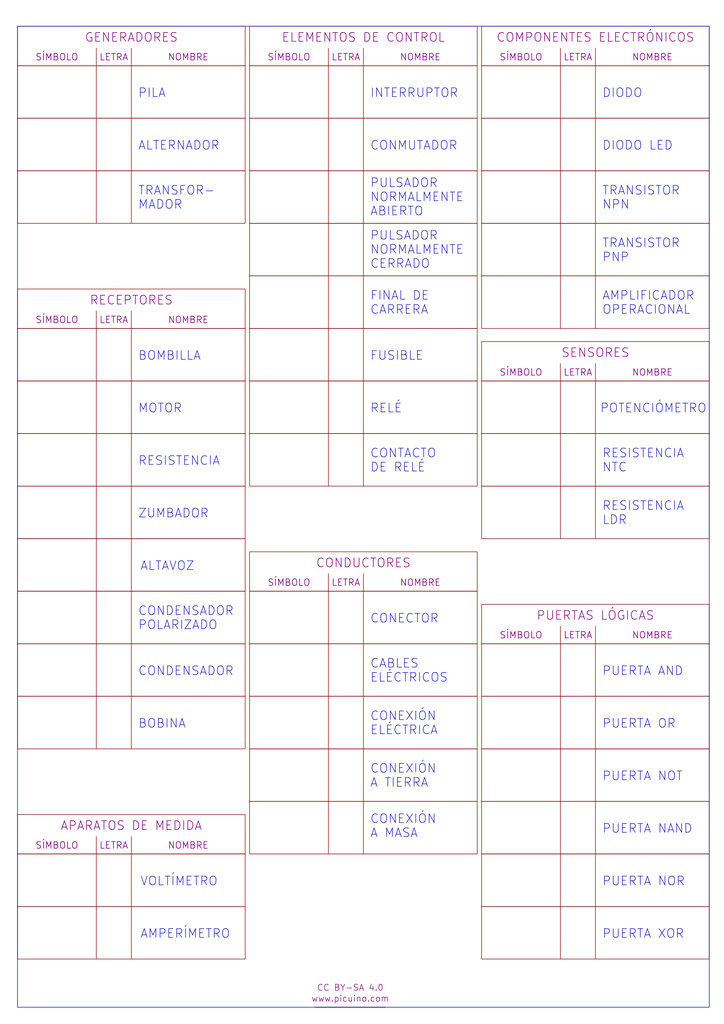
<source format=kicad_sch>
(kicad_sch (version 20230121) (generator eeschema)
  (paper "A4" portrait)
  (title_block (title "Símbolos eléctricos y electrónicos.") (date "23/10/2018") (company "www.picuino.com") (comment 1 "Copyright (c) 2018 by Carlos Pardo Martín") (comment 2 "License CC BY-SA 4.0"))
  (lib_symbols
    (symbol "electric-simbolos-nombres-rescue:marco_1-simbolos" (pin_names (offset 1.016))
      (symbol "marco_1-simbolos_0_1"
        (polyline (pts (xy 22.86 0) (xy 33.02 0) (xy 33.02 -15.24) (xy 22.86 -15.24)))
        (polyline (pts (xy 33.02 0) (xy 66.04 0) (xy 66.04 -15.24) (xy 33.02 -15.24)))
        (polyline (pts (xy 0 0) (xy 0 -15.24) (xy 22.86 -15.24) (xy 22.86 0) (xy 0 0)))
      )
    )
    (symbol "electric-simbolos-nombres-rescue:marco_2-simbolos" (pin_names (offset 1.016))
      (property "Field4" "TIPO" (at 33.02 -4.445 0))
      (property "Field5" "SÍMBOLO" (at 11.43 -11.43 0))
      (property "Field6" "LETRA" (at 27.94 -11.43 0))
      (property "Field7" "NOMBRE" (at 48.26 -11.43 0))
      (symbol "marco_2-simbolos_0_1"
        (polyline (pts (xy 22.86 -12.7) (xy 33.02 -12.7) (xy 33.02 -7.62)))
        (polyline (pts (xy 33.02 -12.7) (xy 66.04 -12.7) (xy 66.04 -7.62)))
        (polyline (pts (xy 0 -7.62) (xy 0 -12.7) (xy 22.86 -12.7) (xy 22.86 -7.62)))
        (polyline (pts (xy 66.04 -7.62) (xy 66.04 -1.27) (xy 0 -1.27) (xy 0 -7.62)))
      )
    )
    (symbol "simbolos-electricos:CopyRight" (pin_names (offset 1.016))
      (property "License" "CC BY-SA 4.0" (at -1.27 -1.27 0))
      (property "Web" "www.picuino.com" (at 0 -1.27 0))
      (symbol "CopyRight_0_1"
        (polyline (pts (xy -10.16 0) (xy 10.16 0)) (stroke (width 0.2032)))
      )
    )
  )
  (polyline (pts (xy 205.74 292.1) (xy 205.74 7.62)))
  (polyline (pts (xy 5.08 292.1) (xy 5.08 7.62)))
  (polyline (pts (xy 5.08 292.1) (xy 205.74 292.1)))
  (polyline (pts (xy 5.08 7.62) (xy 205.74 7.62)))
  (text "INTERRUPTOR" (at 107.315 28.575 0) (effects (font (size 2.54 2.54)) (justify left bottom)))
  (text "FUSIBLE" (at 107.315 104.775 0) (effects (font (size 2.54 2.54)) (justify left bottom)))
  (text "ZUMBADOR\n" (at 40.005 150.495 0) (effects (font (size 2.54 2.54)) (justify left bottom)))
  (text "PUERTA NAND" (at 174.625 241.935 0) (effects (font (size 2.54 2.54)) (justify left bottom)))
  (text "POTENCIÓMETRO" (at 173.99 120.015 0) (effects (font (size 2.54 2.54)) (justify left bottom)))
  (text "RELÉ" (at 107.315 120.015 0) (effects (font (size 2.54 2.54)) (justify left bottom)))
  (text "RESISTENCIA" (at 40.005 135.255 0) (effects (font (size 2.54 2.54)) (justify left bottom)))
  (text "MOTOR" (at 40.005 120.015 0) (effects (font (size 2.54 2.54)) (justify left bottom)))
  (text "AMPLIFICADOR\nOPERACIONAL\n" (at 174.625 91.44 0) (effects (font (size 2.54 2.54)) (justify left bottom)))
  (text "PUERTA NOR" (at 174.625 257.175 0) (effects (font (size 2.54 2.54)) (justify left bottom)))
  (text "DIODO LED" (at 174.625 43.815 0) (effects (font (size 2.54 2.54)) (justify left bottom)))
  (text "TRANSISTOR\nNPN" (at 174.625 60.96 0) (effects (font (size 2.54 2.54)) (justify left bottom)))
  (text "TRANSISTOR\nPNP" (at 174.625 76.2 0) (effects (font (size 2.54 2.54)) (justify left bottom)))
  (text "TRANSFOR-\nMADOR" (at 40.005 60.96 0) (effects (font (size 2.54 2.54)) (justify left bottom)))
  (text "CONMUTADOR" (at 107.315 43.815 0) (effects (font (size 2.54 2.54)) (justify left bottom)))
  (text "CONEXIÓN\nELÉCTRICA\n" (at 107.315 213.36 0) (effects (font (size 2.54 2.54)) (justify left bottom)))
  (text "DIODO" (at 174.625 28.575 0) (effects (font (size 2.54 2.54)) (justify left bottom)))
  (text "VOLTÍMETRO" (at 40.64 257.175 0) (effects (font (size 2.54 2.54)) (justify left bottom)))
  (text "CONEXIÓN\nA MASA\n" (at 107.315 243.205 0) (effects (font (size 2.54 2.54)) (justify left bottom)))
  (text "BOMBILLA" (at 40.005 104.775 0) (effects (font (size 2.54 2.54)) (justify left bottom)))
  (text "BOBINA" (at 40.005 211.455 0) (effects (font (size 2.54 2.54)) (justify left bottom)))
  (text "CONDENSADOR" (at 40.005 196.215 0) (effects (font (size 2.54 2.54)) (justify left bottom)))
  (text "PUERTA AND" (at 174.625 196.215 0) (effects (font (size 2.54 2.54)) (justify left bottom)))
  (text "PUERTA OR" (at 174.625 211.455 0) (effects (font (size 2.54 2.54)) (justify left bottom)))
  (text "CONDENSADOR\nPOLARIZADO" (at 40.005 182.88 0) (effects (font (size 2.54 2.54)) (justify left bottom)))
  (text "ALTERNADOR" (at 40.005 43.815 0) (effects (font (size 2.54 2.54)) (justify left bottom)))
  (text "CABLES\nELÉCTRICOS\n" (at 107.315 198.12 0) (effects (font (size 2.54 2.54)) (justify left bottom)))
  (text "CONTACTO\nDE RELÉ" (at 107.315 137.16 0) (effects (font (size 2.54 2.54)) (justify left bottom)))
  (text "PUERTA NOT" (at 174.625 226.695 0) (effects (font (size 2.54 2.54)) (justify left bottom)))
  (text "RESISTENCIA\nLDR" (at 174.625 152.4 0) (effects (font (size 2.54 2.54)) (justify left bottom)))
  (text "CONEXIÓN\nA TIERRA\n" (at 107.315 228.6 0) (effects (font (size 2.54 2.54)) (justify left bottom)))
  (text "RESISTENCIA\nNTC" (at 174.625 137.16 0) (effects (font (size 2.54 2.54)) (justify left bottom)))
  (text "PULSADOR\nNORMALMENTE\nCERRADO" (at 107.315 78.105 0) (effects (font (size 2.54 2.54)) (justify left bottom)))
  (text "PILA" (at 40.005 28.575 0) (effects (font (size 2.54 2.54)) (justify left bottom)))
  (text "FINAL DE\nCARRERA" (at 107.315 91.44 0) (effects (font (size 2.54 2.54)) (justify left bottom)))
  (text "ALTAVOZ" (at 40.64 165.735 0) (effects (font (size 2.54 2.54)) (justify left bottom)))
  (text "PULSADOR\nNORMALMENTE\nABIERTO" (at 107.315 62.865 0) (effects (font (size 2.54 2.54)) (justify left bottom)))
  (text "PUERTA XOR" (at 174.625 272.415 0) (effects (font (size 2.54 2.54)) (justify left bottom)))
  (text "CONECTOR\n" (at 107.315 180.975 0) (effects (font (size 2.54 2.54)) (justify left bottom)))
  (text "AMPERÍMETRO" (at 40.64 272.415 0) (effects (font (size 2.54 2.54)) (justify left bottom)))
  (symbol (lib_id "electric-simbolos-nombres-rescue:marco_1-simbolos") (at 72.39 171.45 0) (unit 1)
    (property "Reference" "M?" (effects hide))
    (property "Value" "marco_1" (effects hide))
  )
  (symbol (lib_id "electric-simbolos-nombres-rescue:marco_1-simbolos") (at 72.39 186.69 0) (unit 1)
    (property "Reference" "M?" (effects hide))
    (property "Value" "marco_1" (effects hide))
  )
  (symbol (lib_id "electric-simbolos-nombres-rescue:marco_1-simbolos") (at 72.39 217.17 0) (unit 1)
    (property "Reference" "M?" (effects hide))
    (property "Value" "marco_1" (effects hide))
  )
  (symbol (lib_id "electric-simbolos-nombres-rescue:marco_1-simbolos") (at 72.39 232.41 0) (unit 1)
    (property "Reference" "M?" (effects hide))
    (property "Value" "marco_1" (effects hide))
  )
  (symbol (lib_id "electric-simbolos-nombres-rescue:marco_1-simbolos") (at 72.39 201.93 0) (unit 1)
    (property "Reference" "M?" (effects hide))
    (property "Value" "marco_1" (effects hide))
  )
  (symbol (lib_id "electric-simbolos-nombres-rescue:marco_1-simbolos") (at 139.7 186.69 0) (unit 1)
    (property "Reference" "M?" (effects hide))
    (property "Value" "marco_1" (effects hide))
  )
  (symbol (lib_id "electric-simbolos-nombres-rescue:marco_1-simbolos") (at 139.7 201.93 0) (unit 1)
    (property "Reference" "M?" (effects hide))
    (property "Value" "marco_1" (effects hide))
  )
  (symbol (lib_id "electric-simbolos-nombres-rescue:marco_1-simbolos") (at 139.7 217.17 0) (unit 1)
    (property "Reference" "M?" (effects hide))
    (property "Value" "marco_1" (effects hide))
  )
  (symbol (lib_id "electric-simbolos-nombres-rescue:marco_1-simbolos") (at 139.7 232.41 0) (unit 1)
    (property "Reference" "M?" (effects hide))
    (property "Value" "marco_1" (effects hide))
  )
  (symbol (lib_id "electric-simbolos-nombres-rescue:marco_1-simbolos") (at 139.7 247.65 0) (unit 1)
    (property "Reference" "M?" (effects hide))
    (property "Value" "marco_1" (effects hide))
  )
  (symbol (lib_id "electric-simbolos-nombres-rescue:marco_1-simbolos") (at 139.7 262.89 0) (unit 1)
    (property "Reference" "M?" (effects hide))
    (property "Value" "marco_1" (effects hide))
  )
  (symbol (lib_id "electric-simbolos-nombres-rescue:marco_1-simbolos") (at 139.7 110.49 0) (unit 1)
    (property "Reference" "M?" (effects hide))
    (property "Value" "marco_1" (effects hide))
  )
  (symbol (lib_id "electric-simbolos-nombres-rescue:marco_1-simbolos") (at 139.7 125.73 0) (unit 1)
    (property "Reference" "M?" (effects hide))
    (property "Value" "marco_1" (effects hide))
  )
  (symbol (lib_id "electric-simbolos-nombres-rescue:marco_1-simbolos") (at 139.7 140.97 0) (unit 1)
    (property "Reference" "M?" (effects hide))
    (property "Value" "marco_1" (effects hide))
  )
  (symbol (lib_id "electric-simbolos-nombres-rescue:marco_1-simbolos") (at 139.7 19.05 0) (unit 1)
    (property "Reference" "M?" (effects hide))
    (property "Value" "marco_1" (effects hide))
  )
  (symbol (lib_id "electric-simbolos-nombres-rescue:marco_1-simbolos") (at 139.7 34.29 0) (unit 1)
    (property "Reference" "M?" (effects hide))
    (property "Value" "marco_1" (effects hide))
  )
  (symbol (lib_id "electric-simbolos-nombres-rescue:marco_1-simbolos") (at 139.7 49.53 0) (unit 1)
    (property "Reference" "M?" (effects hide))
    (property "Value" "marco_1" (effects hide))
  )
  (symbol (lib_id "electric-simbolos-nombres-rescue:marco_1-simbolos") (at 139.7 64.77 0) (unit 1)
    (property "Reference" "M?" (effects hide))
    (property "Value" "marco_1" (effects hide))
  )
  (symbol (lib_id "electric-simbolos-nombres-rescue:marco_1-simbolos") (at 139.7 80.01 0) (unit 1)
    (property "Reference" "M?" (effects hide))
    (property "Value" "marco_1" (effects hide))
  )
  (symbol (lib_id "electric-simbolos-nombres-rescue:marco_1-simbolos") (at 5.08 34.29 0) (unit 1)
    (property "Reference" "M?" (effects hide))
    (property "Value" "marco_1" (effects hide))
  )
  (symbol (lib_id "electric-simbolos-nombres-rescue:marco_1-simbolos") (at 5.08 49.53 0) (unit 1)
    (property "Reference" "M?" (effects hide))
    (property "Value" "marco_1" (effects hide))
  )
  (symbol (lib_id "electric-simbolos-nombres-rescue:marco_1-simbolos") (at 5.08 140.97 0) (unit 1)
    (property "Reference" "M?" (effects hide))
    (property "Value" "marco_1" (effects hide))
  )
  (symbol (lib_id "electric-simbolos-nombres-rescue:marco_1-simbolos") (at 5.08 247.65 0) (unit 1)
    (property "Reference" "M?" (effects hide))
    (property "Value" "marco_1" (effects hide))
  )
  (symbol (lib_id "electric-simbolos-nombres-rescue:marco_1-simbolos") (at 72.39 95.25 0) (unit 1)
    (property "Reference" "M?" (effects hide))
    (property "Value" "marco_1" (effects hide))
  )
  (symbol (lib_id "electric-simbolos-nombres-rescue:marco_1-simbolos") (at 5.08 262.89 0) (unit 1)
    (property "Reference" "M?" (effects hide))
    (property "Value" "marco_1" (effects hide))
  )
  (symbol (lib_id "electric-simbolos-nombres-rescue:marco_2-simbolos") (at 139.7 173.99 0) (unit 1)
    (property "Reference" "M?" (effects hide))
    (property "Value" "marco_2" (effects hide))
    (property "Campo4" "PUERTAS LÓGICAS" (at 172.72 178.435 0) (effects (font (size 2.54 2.54))))
    (property "Campo5" "SÍMBOLO" (at 151.13 184.15 0) (effects (font (size 1.905 1.905))))
    (property "Campo6" "LETRA" (at 167.64 184.15 0) (effects (font (size 1.905 1.905))))
    (property "Campo7" "NOMBRE" (at 189.23 184.15 0) (effects (font (size 1.905 1.905))))
  )
  (symbol (lib_id "electric-simbolos-nombres-rescue:marco_2-simbolos") (at 5.08 82.55 0) (unit 1)
    (property "Reference" "M?" (effects hide))
    (property "Value" "marco_2" (effects hide))
    (property "Campo4" "RECEPTORES" (at 38.1 86.995 0) (effects (font (size 2.54 2.54))))
    (property "Campo5" "SÍMBOLO" (at 16.51 92.71 0) (effects (font (size 1.905 1.905))))
    (property "Campo6" "LETRA" (at 33.02 92.71 0) (effects (font (size 1.905 1.905))))
    (property "Campo7" "NOMBRE" (at 54.61 92.71 0) (effects (font (size 1.905 1.905))))
  )
  (symbol (lib_id "electric-simbolos-nombres-rescue:marco_2-simbolos") (at 72.39 6.35 0) (unit 1)
    (property "Reference" "M?" (effects hide))
    (property "Value" "marco_2" (effects hide))
    (property "Campo4" "ELEMENTOS DE CONTROL" (at 105.41 10.795 0) (effects (font (size 2.54 2.54))))
    (property "Campo5" "SÍMBOLO" (at 83.82 16.51 0) (effects (font (size 1.905 1.905))))
    (property "Campo6" "LETRA" (at 100.33 16.51 0) (effects (font (size 1.905 1.905))))
    (property "Campo7" "NOMBRE" (at 121.92 16.51 0) (effects (font (size 1.905 1.905))))
  )
  (symbol (lib_id "electric-simbolos-nombres-rescue:marco_1-simbolos") (at 5.08 156.21 0) (unit 1)
    (property "Reference" "M?" (effects hide))
    (property "Value" "marco_1" (effects hide))
  )
  (symbol (lib_id "electric-simbolos-nombres-rescue:marco_1-simbolos") (at 5.08 110.49 0) (unit 1)
    (property "Reference" "M?" (effects hide))
    (property "Value" "marco_1" (effects hide))
  )
  (symbol (lib_id "electric-simbolos-nombres-rescue:marco_1-simbolos") (at 72.39 125.73 0) (unit 1)
    (property "Reference" "M?" (effects hide))
    (property "Value" "marco_1" (effects hide))
  )
  (symbol (lib_id "electric-simbolos-nombres-rescue:marco_1-simbolos") (at 72.39 19.05 0) (unit 1)
    (property "Reference" "M?" (effects hide))
    (property "Value" "marco_1" (effects hide))
  )
  (symbol (lib_id "electric-simbolos-nombres-rescue:marco_1-simbolos") (at 5.08 95.25 0) (unit 1)
    (property "Reference" "M?" (effects hide))
    (property "Value" "marco_1" (effects hide))
  )
  (symbol (lib_id "electric-simbolos-nombres-rescue:marco_1-simbolos") (at 5.08 186.69 0) (unit 1)
    (property "Reference" "M?" (effects hide))
    (property "Value" "marco_1" (effects hide))
  )
  (symbol (lib_id "electric-simbolos-nombres-rescue:marco_1-simbolos") (at 5.08 125.73 0) (unit 1)
    (property "Reference" "M?" (effects hide))
    (property "Value" "marco_1" (effects hide))
  )
  (symbol (lib_id "electric-simbolos-nombres-rescue:marco_1-simbolos") (at 72.39 49.53 0) (unit 1)
    (property "Reference" "M?" (effects hide))
    (property "Value" "marco_1" (effects hide))
  )
  (symbol (lib_id "simbolos-electricos:CopyRight") (at 101.6 292.1 0) (unit 1)
    (property "Reference" "CP1" (effects hide))
    (property "Value" "CopyRight" (effects hide))
    (property "License" "CC BY-SA 4.0" (at 101.6 286.385 0) (effects (font (size 1.778 1.778))))
    (property "Web" "www.picuino.com" (at 101.6 289.56 0) (effects (font (size 1.778 1.778))))
  )
  (symbol (lib_id "electric-simbolos-nombres-rescue:marco_1-simbolos") (at 5.08 19.05 0) (unit 1)
    (property "Reference" "M?" (effects hide))
    (property "Value" "marco_1" (effects hide))
  )
  (symbol (lib_id "electric-simbolos-nombres-rescue:marco_1-simbolos") (at 72.39 80.01 0) (unit 1)
    (property "Reference" "M?" (effects hide))
    (property "Value" "marco_1" (effects hide))
  )
  (symbol (lib_id "electric-simbolos-nombres-rescue:marco_1-simbolos") (at 5.08 171.45 0) (unit 1)
    (property "Reference" "M?" (effects hide))
    (property "Value" "marco_1" (effects hide))
  )
  (symbol (lib_id "electric-simbolos-nombres-rescue:marco_2-simbolos") (at 5.08 234.95 0) (unit 1)
    (property "Reference" "M?" (effects hide))
    (property "Value" "marco_2" (effects hide))
    (property "Campo4" "APARATOS DE MEDIDA" (at 38.1 239.395 0) (effects (font (size 2.54 2.54))))
    (property "Campo5" "SÍMBOLO" (at 16.51 245.11 0) (effects (font (size 1.905 1.905))))
    (property "Campo6" "LETRA" (at 33.02 245.11 0) (effects (font (size 1.905 1.905))))
    (property "Campo7" "NOMBRE" (at 54.61 245.11 0) (effects (font (size 1.905 1.905))))
  )
  (symbol (lib_id "electric-simbolos-nombres-rescue:marco_2-simbolos") (at 72.39 158.75 0) (unit 1)
    (property "Reference" "M?" (effects hide))
    (property "Value" "marco_2" (effects hide))
    (property "Campo4" "CONDUCTORES" (at 105.41 163.195 0) (effects (font (size 2.54 2.54))))
    (property "Campo5" "SÍMBOLO" (at 83.82 168.91 0) (effects (font (size 1.905 1.905))))
    (property "Campo6" "LETRA" (at 100.33 168.91 0) (effects (font (size 1.905 1.905))))
    (property "Campo7" "NOMBRE" (at 121.92 168.91 0) (effects (font (size 1.905 1.905))))
  )
  (symbol (lib_id "electric-simbolos-nombres-rescue:marco_1-simbolos") (at 5.08 201.93 0) (unit 1)
    (property "Reference" "M?" (effects hide))
    (property "Value" "marco_1" (effects hide))
  )
  (symbol (lib_id "electric-simbolos-nombres-rescue:marco_1-simbolos") (at 72.39 34.29 0) (unit 1)
    (property "Reference" "M?" (effects hide))
    (property "Value" "marco_1" (effects hide))
  )
  (symbol (lib_id "electric-simbolos-nombres-rescue:marco_2-simbolos") (at 139.7 97.79 0) (unit 1)
    (property "Reference" "M?" (effects hide))
    (property "Value" "marco_2" (effects hide))
    (property "Campo4" "SENSORES" (at 172.72 102.235 0) (effects (font (size 2.54 2.54))))
    (property "Campo5" "SÍMBOLO" (at 151.13 107.95 0) (effects (font (size 1.905 1.905))))
    (property "Campo6" "LETRA" (at 167.64 107.95 0) (effects (font (size 1.905 1.905))))
    (property "Campo7" "NOMBRE" (at 189.23 107.95 0) (effects (font (size 1.905 1.905))))
  )
  (symbol (lib_id "electric-simbolos-nombres-rescue:marco_1-simbolos") (at 72.39 110.49 0) (unit 1)
    (property "Reference" "M?" (effects hide))
    (property "Value" "marco_1" (effects hide))
  )
  (symbol (lib_id "electric-simbolos-nombres-rescue:marco_1-simbolos") (at 72.39 64.77 0) (unit 1)
    (property "Reference" "M?" (effects hide))
    (property "Value" "marco_1" (effects hide))
  )
  (symbol (lib_id "electric-simbolos-nombres-rescue:marco_2-simbolos") (at 5.08 6.35 0) (unit 1)
    (property "Reference" "M?" (effects hide))
    (property "Value" "marco_2" (effects hide))
    (property "Campo4" "GENERADORES" (at 38.1 10.795 0) (effects (font (size 2.54 2.54))))
    (property "Campo5" "SÍMBOLO" (at 16.51 16.51 0) (effects (font (size 1.905 1.905))))
    (property "Campo6" "LETRA" (at 33.02 16.51 0) (effects (font (size 1.905 1.905))))
    (property "Campo7" "NOMBRE" (at 54.61 16.51 0) (effects (font (size 1.905 1.905))))
  )
  (symbol (lib_id "electric-simbolos-nombres-rescue:marco_2-simbolos") (at 139.7 6.35 0) (unit 1)
    (property "Reference" "M?" (effects hide))
    (property "Value" "marco_2" (effects hide))
    (property "Campo4" "COMPONENTES ELECTRÓNICOS" (at 172.72 10.795 0) (effects (font (size 2.54 2.54))))
    (property "Campo5" "SÍMBOLO" (at 151.13 16.51 0) (effects (font (size 1.905 1.905))))
    (property "Campo6" "LETRA" (at 167.64 16.51 0) (effects (font (size 1.905 1.905))))
    (property "Campo7" "NOMBRE" (at 189.23 16.51 0) (effects (font (size 1.905 1.905))))
  )
)
</source>
